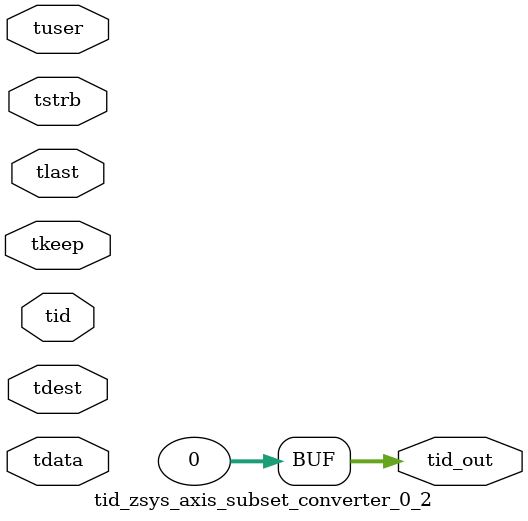
<source format=v>


`timescale 1ps/1ps

module tid_zsys_axis_subset_converter_0_2 #
(
parameter C_S_AXIS_TID_WIDTH   = 1,
parameter C_S_AXIS_TUSER_WIDTH = 0,
parameter C_S_AXIS_TDATA_WIDTH = 0,
parameter C_S_AXIS_TDEST_WIDTH = 0,
parameter C_M_AXIS_TID_WIDTH   = 32
)
(
input  [(C_S_AXIS_TID_WIDTH   == 0 ? 1 : C_S_AXIS_TID_WIDTH)-1:0       ] tid,
input  [(C_S_AXIS_TDATA_WIDTH == 0 ? 1 : C_S_AXIS_TDATA_WIDTH)-1:0     ] tdata,
input  [(C_S_AXIS_TUSER_WIDTH == 0 ? 1 : C_S_AXIS_TUSER_WIDTH)-1:0     ] tuser,
input  [(C_S_AXIS_TDEST_WIDTH == 0 ? 1 : C_S_AXIS_TDEST_WIDTH)-1:0     ] tdest,
input  [(C_S_AXIS_TDATA_WIDTH/8)-1:0 ] tkeep,
input  [(C_S_AXIS_TDATA_WIDTH/8)-1:0 ] tstrb,
input                                                                    tlast,
output [(C_M_AXIS_TID_WIDTH   == 0 ? 1 : C_M_AXIS_TID_WIDTH)-1:0       ] tid_out
);

assign tid_out = {1'b0};

endmodule


</source>
